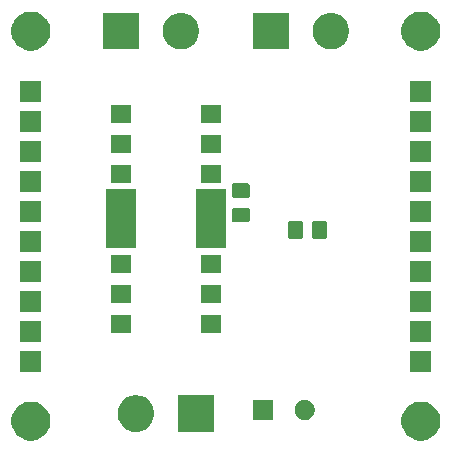
<source format=gbr>
G04 #@! TF.GenerationSoftware,KiCad,Pcbnew,(5.1.4)-1*
G04 #@! TF.CreationDate,2020-03-09T15:05:49+03:00*
G04 #@! TF.ProjectId,L293,4c323933-2e6b-4696-9361-645f70636258,rev?*
G04 #@! TF.SameCoordinates,Original*
G04 #@! TF.FileFunction,Soldermask,Top*
G04 #@! TF.FilePolarity,Negative*
%FSLAX46Y46*%
G04 Gerber Fmt 4.6, Leading zero omitted, Abs format (unit mm)*
G04 Created by KiCad (PCBNEW (5.1.4)-1) date 2020-03-09 15:05:49*
%MOMM*%
%LPD*%
G04 APERTURE LIST*
%ADD10C,0.100000*%
G04 APERTURE END LIST*
D10*
G36*
X126081059Y-86016485D02*
G01*
X126211579Y-86042447D01*
X126512042Y-86166903D01*
X126782451Y-86347585D01*
X127012415Y-86577549D01*
X127193097Y-86847958D01*
X127317280Y-87147761D01*
X127317553Y-87148422D01*
X127377026Y-87447409D01*
X127381000Y-87467391D01*
X127381000Y-87792609D01*
X127317553Y-88111579D01*
X127193097Y-88412042D01*
X127012415Y-88682451D01*
X126782451Y-88912415D01*
X126512042Y-89093097D01*
X126211579Y-89217553D01*
X126105256Y-89238702D01*
X125892611Y-89281000D01*
X125567389Y-89281000D01*
X125354744Y-89238702D01*
X125248421Y-89217553D01*
X124947958Y-89093097D01*
X124677549Y-88912415D01*
X124447585Y-88682451D01*
X124266903Y-88412042D01*
X124142447Y-88111579D01*
X124079000Y-87792609D01*
X124079000Y-87467391D01*
X124082975Y-87447409D01*
X124142447Y-87148422D01*
X124142721Y-87147761D01*
X124266903Y-86847958D01*
X124447585Y-86577549D01*
X124677549Y-86347585D01*
X124947958Y-86166903D01*
X125248421Y-86042447D01*
X125378941Y-86016485D01*
X125567389Y-85979000D01*
X125892611Y-85979000D01*
X126081059Y-86016485D01*
X126081059Y-86016485D01*
G37*
G36*
X93061059Y-86016485D02*
G01*
X93191579Y-86042447D01*
X93492042Y-86166903D01*
X93762451Y-86347585D01*
X93992415Y-86577549D01*
X94173097Y-86847958D01*
X94297280Y-87147761D01*
X94297553Y-87148422D01*
X94357026Y-87447409D01*
X94361000Y-87467391D01*
X94361000Y-87792609D01*
X94297553Y-88111579D01*
X94173097Y-88412042D01*
X93992415Y-88682451D01*
X93762451Y-88912415D01*
X93492042Y-89093097D01*
X93191579Y-89217553D01*
X93085256Y-89238702D01*
X92872611Y-89281000D01*
X92547389Y-89281000D01*
X92334744Y-89238702D01*
X92228421Y-89217553D01*
X91927958Y-89093097D01*
X91657549Y-88912415D01*
X91427585Y-88682451D01*
X91246903Y-88412042D01*
X91122447Y-88111579D01*
X91059000Y-87792609D01*
X91059000Y-87467391D01*
X91062975Y-87447409D01*
X91122447Y-87148422D01*
X91122721Y-87147761D01*
X91246903Y-86847958D01*
X91427585Y-86577549D01*
X91657549Y-86347585D01*
X91927958Y-86166903D01*
X92228421Y-86042447D01*
X92358941Y-86016485D01*
X92547389Y-85979000D01*
X92872611Y-85979000D01*
X93061059Y-86016485D01*
X93061059Y-86016485D01*
G37*
G36*
X101902585Y-85473802D02*
G01*
X102052410Y-85503604D01*
X102334674Y-85620521D01*
X102588705Y-85790259D01*
X102804741Y-86006295D01*
X102974479Y-86260326D01*
X103044458Y-86429272D01*
X103091396Y-86542591D01*
X103151000Y-86842239D01*
X103151000Y-87147761D01*
X103136635Y-87219980D01*
X103091396Y-87447410D01*
X102974479Y-87729674D01*
X102804741Y-87983705D01*
X102588705Y-88199741D01*
X102334674Y-88369479D01*
X102052410Y-88486396D01*
X101902585Y-88516198D01*
X101752761Y-88546000D01*
X101447239Y-88546000D01*
X101297415Y-88516198D01*
X101147590Y-88486396D01*
X100865326Y-88369479D01*
X100611295Y-88199741D01*
X100395259Y-87983705D01*
X100225521Y-87729674D01*
X100108604Y-87447410D01*
X100063365Y-87219980D01*
X100049000Y-87147761D01*
X100049000Y-86842239D01*
X100108604Y-86542591D01*
X100155542Y-86429272D01*
X100225521Y-86260326D01*
X100395259Y-86006295D01*
X100611295Y-85790259D01*
X100865326Y-85620521D01*
X101147590Y-85503604D01*
X101297415Y-85473802D01*
X101447239Y-85444000D01*
X101752761Y-85444000D01*
X101902585Y-85473802D01*
X101902585Y-85473802D01*
G37*
G36*
X108231000Y-88546000D02*
G01*
X105129000Y-88546000D01*
X105129000Y-85444000D01*
X108231000Y-85444000D01*
X108231000Y-88546000D01*
X108231000Y-88546000D01*
G37*
G36*
X113246000Y-87528500D02*
G01*
X111544000Y-87528500D01*
X111544000Y-85826500D01*
X113246000Y-85826500D01*
X113246000Y-87528500D01*
X113246000Y-87528500D01*
G37*
G36*
X116143228Y-85859203D02*
G01*
X116298100Y-85923353D01*
X116437481Y-86016485D01*
X116556015Y-86135019D01*
X116649147Y-86274400D01*
X116713297Y-86429272D01*
X116746000Y-86593684D01*
X116746000Y-86761316D01*
X116713297Y-86925728D01*
X116649147Y-87080600D01*
X116556015Y-87219981D01*
X116437481Y-87338515D01*
X116298100Y-87431647D01*
X116143228Y-87495797D01*
X115978816Y-87528500D01*
X115811184Y-87528500D01*
X115646772Y-87495797D01*
X115491900Y-87431647D01*
X115352519Y-87338515D01*
X115233985Y-87219981D01*
X115140853Y-87080600D01*
X115076703Y-86925728D01*
X115044000Y-86761316D01*
X115044000Y-86593684D01*
X115076703Y-86429272D01*
X115140853Y-86274400D01*
X115233985Y-86135019D01*
X115352519Y-86016485D01*
X115491900Y-85923353D01*
X115646772Y-85859203D01*
X115811184Y-85826500D01*
X115978816Y-85826500D01*
X116143228Y-85859203D01*
X116143228Y-85859203D01*
G37*
G36*
X93611000Y-83451000D02*
G01*
X91809000Y-83451000D01*
X91809000Y-81649000D01*
X93611000Y-81649000D01*
X93611000Y-83451000D01*
X93611000Y-83451000D01*
G37*
G36*
X126631000Y-83451000D02*
G01*
X124829000Y-83451000D01*
X124829000Y-81649000D01*
X126631000Y-81649000D01*
X126631000Y-83451000D01*
X126631000Y-83451000D01*
G37*
G36*
X93611000Y-80911000D02*
G01*
X91809000Y-80911000D01*
X91809000Y-79109000D01*
X93611000Y-79109000D01*
X93611000Y-80911000D01*
X93611000Y-80911000D01*
G37*
G36*
X126631000Y-80911000D02*
G01*
X124829000Y-80911000D01*
X124829000Y-79109000D01*
X126631000Y-79109000D01*
X126631000Y-80911000D01*
X126631000Y-80911000D01*
G37*
G36*
X101181000Y-80126000D02*
G01*
X99479000Y-80126000D01*
X99479000Y-78624000D01*
X101181000Y-78624000D01*
X101181000Y-80126000D01*
X101181000Y-80126000D01*
G37*
G36*
X108801000Y-80126000D02*
G01*
X107099000Y-80126000D01*
X107099000Y-78624000D01*
X108801000Y-78624000D01*
X108801000Y-80126000D01*
X108801000Y-80126000D01*
G37*
G36*
X93611000Y-78371000D02*
G01*
X91809000Y-78371000D01*
X91809000Y-76569000D01*
X93611000Y-76569000D01*
X93611000Y-78371000D01*
X93611000Y-78371000D01*
G37*
G36*
X126631000Y-78371000D02*
G01*
X124829000Y-78371000D01*
X124829000Y-76569000D01*
X126631000Y-76569000D01*
X126631000Y-78371000D01*
X126631000Y-78371000D01*
G37*
G36*
X101181000Y-77586000D02*
G01*
X99479000Y-77586000D01*
X99479000Y-76084000D01*
X101181000Y-76084000D01*
X101181000Y-77586000D01*
X101181000Y-77586000D01*
G37*
G36*
X108801000Y-77586000D02*
G01*
X107099000Y-77586000D01*
X107099000Y-76084000D01*
X108801000Y-76084000D01*
X108801000Y-77586000D01*
X108801000Y-77586000D01*
G37*
G36*
X93611000Y-75831000D02*
G01*
X91809000Y-75831000D01*
X91809000Y-74029000D01*
X93611000Y-74029000D01*
X93611000Y-75831000D01*
X93611000Y-75831000D01*
G37*
G36*
X126631000Y-75831000D02*
G01*
X124829000Y-75831000D01*
X124829000Y-74029000D01*
X126631000Y-74029000D01*
X126631000Y-75831000D01*
X126631000Y-75831000D01*
G37*
G36*
X108801000Y-75046000D02*
G01*
X107099000Y-75046000D01*
X107099000Y-73544000D01*
X108801000Y-73544000D01*
X108801000Y-75046000D01*
X108801000Y-75046000D01*
G37*
G36*
X101181000Y-75046000D02*
G01*
X99479000Y-75046000D01*
X99479000Y-73544000D01*
X101181000Y-73544000D01*
X101181000Y-75046000D01*
X101181000Y-75046000D01*
G37*
G36*
X93611000Y-73291000D02*
G01*
X91809000Y-73291000D01*
X91809000Y-71489000D01*
X93611000Y-71489000D01*
X93611000Y-73291000D01*
X93611000Y-73291000D01*
G37*
G36*
X126631000Y-73291000D02*
G01*
X124829000Y-73291000D01*
X124829000Y-71489000D01*
X126631000Y-71489000D01*
X126631000Y-73291000D01*
X126631000Y-73291000D01*
G37*
G36*
X109201000Y-73006000D02*
G01*
X106699000Y-73006000D01*
X106699000Y-67964000D01*
X109201000Y-67964000D01*
X109201000Y-73006000D01*
X109201000Y-73006000D01*
G37*
G36*
X101581000Y-73006000D02*
G01*
X99079000Y-73006000D01*
X99079000Y-67964000D01*
X101581000Y-67964000D01*
X101581000Y-73006000D01*
X101581000Y-73006000D01*
G37*
G36*
X117621174Y-70690965D02*
G01*
X117658867Y-70702399D01*
X117693603Y-70720966D01*
X117724048Y-70745952D01*
X117749034Y-70776397D01*
X117767601Y-70811133D01*
X117779035Y-70848826D01*
X117783500Y-70894161D01*
X117783500Y-71980839D01*
X117779035Y-72026174D01*
X117767601Y-72063867D01*
X117749034Y-72098603D01*
X117724048Y-72129048D01*
X117693603Y-72154034D01*
X117658867Y-72172601D01*
X117621174Y-72184035D01*
X117575839Y-72188500D01*
X116739161Y-72188500D01*
X116693826Y-72184035D01*
X116656133Y-72172601D01*
X116621397Y-72154034D01*
X116590952Y-72129048D01*
X116565966Y-72098603D01*
X116547399Y-72063867D01*
X116535965Y-72026174D01*
X116531500Y-71980839D01*
X116531500Y-70894161D01*
X116535965Y-70848826D01*
X116547399Y-70811133D01*
X116565966Y-70776397D01*
X116590952Y-70745952D01*
X116621397Y-70720966D01*
X116656133Y-70702399D01*
X116693826Y-70690965D01*
X116739161Y-70686500D01*
X117575839Y-70686500D01*
X117621174Y-70690965D01*
X117621174Y-70690965D01*
G37*
G36*
X115571174Y-70690965D02*
G01*
X115608867Y-70702399D01*
X115643603Y-70720966D01*
X115674048Y-70745952D01*
X115699034Y-70776397D01*
X115717601Y-70811133D01*
X115729035Y-70848826D01*
X115733500Y-70894161D01*
X115733500Y-71980839D01*
X115729035Y-72026174D01*
X115717601Y-72063867D01*
X115699034Y-72098603D01*
X115674048Y-72129048D01*
X115643603Y-72154034D01*
X115608867Y-72172601D01*
X115571174Y-72184035D01*
X115525839Y-72188500D01*
X114689161Y-72188500D01*
X114643826Y-72184035D01*
X114606133Y-72172601D01*
X114571397Y-72154034D01*
X114540952Y-72129048D01*
X114515966Y-72098603D01*
X114497399Y-72063867D01*
X114485965Y-72026174D01*
X114481500Y-71980839D01*
X114481500Y-70894161D01*
X114485965Y-70848826D01*
X114497399Y-70811133D01*
X114515966Y-70776397D01*
X114540952Y-70745952D01*
X114571397Y-70720966D01*
X114606133Y-70702399D01*
X114643826Y-70690965D01*
X114689161Y-70686500D01*
X115525839Y-70686500D01*
X115571174Y-70690965D01*
X115571174Y-70690965D01*
G37*
G36*
X111078674Y-69545965D02*
G01*
X111116367Y-69557399D01*
X111151103Y-69575966D01*
X111181548Y-69600952D01*
X111206534Y-69631397D01*
X111225101Y-69666133D01*
X111236535Y-69703826D01*
X111241000Y-69749161D01*
X111241000Y-70585839D01*
X111236535Y-70631174D01*
X111225101Y-70668867D01*
X111206534Y-70703603D01*
X111181548Y-70734048D01*
X111151103Y-70759034D01*
X111116367Y-70777601D01*
X111078674Y-70789035D01*
X111033339Y-70793500D01*
X109946661Y-70793500D01*
X109901326Y-70789035D01*
X109863633Y-70777601D01*
X109828897Y-70759034D01*
X109798452Y-70734048D01*
X109773466Y-70703603D01*
X109754899Y-70668867D01*
X109743465Y-70631174D01*
X109739000Y-70585839D01*
X109739000Y-69749161D01*
X109743465Y-69703826D01*
X109754899Y-69666133D01*
X109773466Y-69631397D01*
X109798452Y-69600952D01*
X109828897Y-69575966D01*
X109863633Y-69557399D01*
X109901326Y-69545965D01*
X109946661Y-69541500D01*
X111033339Y-69541500D01*
X111078674Y-69545965D01*
X111078674Y-69545965D01*
G37*
G36*
X126631000Y-70751000D02*
G01*
X124829000Y-70751000D01*
X124829000Y-68949000D01*
X126631000Y-68949000D01*
X126631000Y-70751000D01*
X126631000Y-70751000D01*
G37*
G36*
X93611000Y-70751000D02*
G01*
X91809000Y-70751000D01*
X91809000Y-68949000D01*
X93611000Y-68949000D01*
X93611000Y-70751000D01*
X93611000Y-70751000D01*
G37*
G36*
X111078674Y-67495965D02*
G01*
X111116367Y-67507399D01*
X111151103Y-67525966D01*
X111181548Y-67550952D01*
X111206534Y-67581397D01*
X111225101Y-67616133D01*
X111236535Y-67653826D01*
X111241000Y-67699161D01*
X111241000Y-68535839D01*
X111236535Y-68581174D01*
X111225101Y-68618867D01*
X111206534Y-68653603D01*
X111181548Y-68684048D01*
X111151103Y-68709034D01*
X111116367Y-68727601D01*
X111078674Y-68739035D01*
X111033339Y-68743500D01*
X109946661Y-68743500D01*
X109901326Y-68739035D01*
X109863633Y-68727601D01*
X109828897Y-68709034D01*
X109798452Y-68684048D01*
X109773466Y-68653603D01*
X109754899Y-68618867D01*
X109743465Y-68581174D01*
X109739000Y-68535839D01*
X109739000Y-67699161D01*
X109743465Y-67653826D01*
X109754899Y-67616133D01*
X109773466Y-67581397D01*
X109798452Y-67550952D01*
X109828897Y-67525966D01*
X109863633Y-67507399D01*
X109901326Y-67495965D01*
X109946661Y-67491500D01*
X111033339Y-67491500D01*
X111078674Y-67495965D01*
X111078674Y-67495965D01*
G37*
G36*
X126631000Y-68211000D02*
G01*
X124829000Y-68211000D01*
X124829000Y-66409000D01*
X126631000Y-66409000D01*
X126631000Y-68211000D01*
X126631000Y-68211000D01*
G37*
G36*
X93611000Y-68211000D02*
G01*
X91809000Y-68211000D01*
X91809000Y-66409000D01*
X93611000Y-66409000D01*
X93611000Y-68211000D01*
X93611000Y-68211000D01*
G37*
G36*
X108801000Y-67426000D02*
G01*
X107099000Y-67426000D01*
X107099000Y-65924000D01*
X108801000Y-65924000D01*
X108801000Y-67426000D01*
X108801000Y-67426000D01*
G37*
G36*
X101181000Y-67426000D02*
G01*
X99479000Y-67426000D01*
X99479000Y-65924000D01*
X101181000Y-65924000D01*
X101181000Y-67426000D01*
X101181000Y-67426000D01*
G37*
G36*
X126631000Y-65671000D02*
G01*
X124829000Y-65671000D01*
X124829000Y-63869000D01*
X126631000Y-63869000D01*
X126631000Y-65671000D01*
X126631000Y-65671000D01*
G37*
G36*
X93611000Y-65671000D02*
G01*
X91809000Y-65671000D01*
X91809000Y-63869000D01*
X93611000Y-63869000D01*
X93611000Y-65671000D01*
X93611000Y-65671000D01*
G37*
G36*
X108801000Y-64886000D02*
G01*
X107099000Y-64886000D01*
X107099000Y-63384000D01*
X108801000Y-63384000D01*
X108801000Y-64886000D01*
X108801000Y-64886000D01*
G37*
G36*
X101181000Y-64886000D02*
G01*
X99479000Y-64886000D01*
X99479000Y-63384000D01*
X101181000Y-63384000D01*
X101181000Y-64886000D01*
X101181000Y-64886000D01*
G37*
G36*
X126631000Y-63131000D02*
G01*
X124829000Y-63131000D01*
X124829000Y-61329000D01*
X126631000Y-61329000D01*
X126631000Y-63131000D01*
X126631000Y-63131000D01*
G37*
G36*
X93611000Y-63131000D02*
G01*
X91809000Y-63131000D01*
X91809000Y-61329000D01*
X93611000Y-61329000D01*
X93611000Y-63131000D01*
X93611000Y-63131000D01*
G37*
G36*
X108801000Y-62346000D02*
G01*
X107099000Y-62346000D01*
X107099000Y-60844000D01*
X108801000Y-60844000D01*
X108801000Y-62346000D01*
X108801000Y-62346000D01*
G37*
G36*
X101181000Y-62346000D02*
G01*
X99479000Y-62346000D01*
X99479000Y-60844000D01*
X101181000Y-60844000D01*
X101181000Y-62346000D01*
X101181000Y-62346000D01*
G37*
G36*
X93611000Y-60591000D02*
G01*
X91809000Y-60591000D01*
X91809000Y-58789000D01*
X93611000Y-58789000D01*
X93611000Y-60591000D01*
X93611000Y-60591000D01*
G37*
G36*
X126631000Y-60591000D02*
G01*
X124829000Y-60591000D01*
X124829000Y-58789000D01*
X126631000Y-58789000D01*
X126631000Y-60591000D01*
X126631000Y-60591000D01*
G37*
G36*
X93085256Y-53001298D02*
G01*
X93191579Y-53022447D01*
X93492042Y-53146903D01*
X93762451Y-53327585D01*
X93992415Y-53557549D01*
X94035009Y-53621296D01*
X94173098Y-53827960D01*
X94297553Y-54128422D01*
X94361000Y-54447389D01*
X94361000Y-54772611D01*
X94297553Y-55091578D01*
X94192718Y-55344674D01*
X94173097Y-55392042D01*
X93992415Y-55662451D01*
X93762451Y-55892415D01*
X93492042Y-56073097D01*
X93191579Y-56197553D01*
X93085256Y-56218702D01*
X92872611Y-56261000D01*
X92547389Y-56261000D01*
X92334744Y-56218702D01*
X92228421Y-56197553D01*
X91927958Y-56073097D01*
X91657549Y-55892415D01*
X91427585Y-55662451D01*
X91246903Y-55392042D01*
X91227283Y-55344674D01*
X91122447Y-55091578D01*
X91059000Y-54772611D01*
X91059000Y-54447389D01*
X91122447Y-54128422D01*
X91246902Y-53827960D01*
X91384991Y-53621296D01*
X91427585Y-53557549D01*
X91657549Y-53327585D01*
X91927958Y-53146903D01*
X92228421Y-53022447D01*
X92334744Y-53001298D01*
X92547389Y-52959000D01*
X92872611Y-52959000D01*
X93085256Y-53001298D01*
X93085256Y-53001298D01*
G37*
G36*
X126105256Y-53001298D02*
G01*
X126211579Y-53022447D01*
X126512042Y-53146903D01*
X126782451Y-53327585D01*
X127012415Y-53557549D01*
X127055009Y-53621296D01*
X127193098Y-53827960D01*
X127317553Y-54128422D01*
X127381000Y-54447389D01*
X127381000Y-54772611D01*
X127317553Y-55091578D01*
X127212718Y-55344674D01*
X127193097Y-55392042D01*
X127012415Y-55662451D01*
X126782451Y-55892415D01*
X126512042Y-56073097D01*
X126211579Y-56197553D01*
X126105256Y-56218702D01*
X125892611Y-56261000D01*
X125567389Y-56261000D01*
X125354744Y-56218702D01*
X125248421Y-56197553D01*
X124947958Y-56073097D01*
X124677549Y-55892415D01*
X124447585Y-55662451D01*
X124266903Y-55392042D01*
X124247283Y-55344674D01*
X124142447Y-55091578D01*
X124079000Y-54772611D01*
X124079000Y-54447389D01*
X124142447Y-54128422D01*
X124266902Y-53827960D01*
X124404991Y-53621296D01*
X124447585Y-53557549D01*
X124677549Y-53327585D01*
X124947958Y-53146903D01*
X125248421Y-53022447D01*
X125354744Y-53001298D01*
X125567389Y-52959000D01*
X125892611Y-52959000D01*
X126105256Y-53001298D01*
X126105256Y-53001298D01*
G37*
G36*
X118412585Y-53088802D02*
G01*
X118562410Y-53118604D01*
X118844674Y-53235521D01*
X119098705Y-53405259D01*
X119314741Y-53621295D01*
X119484479Y-53875326D01*
X119601396Y-54157590D01*
X119661000Y-54457240D01*
X119661000Y-54762760D01*
X119601396Y-55062410D01*
X119484479Y-55344674D01*
X119314741Y-55598705D01*
X119098705Y-55814741D01*
X118844674Y-55984479D01*
X118562410Y-56101396D01*
X118412585Y-56131198D01*
X118262761Y-56161000D01*
X117957239Y-56161000D01*
X117807415Y-56131198D01*
X117657590Y-56101396D01*
X117375326Y-55984479D01*
X117121295Y-55814741D01*
X116905259Y-55598705D01*
X116735521Y-55344674D01*
X116618604Y-55062410D01*
X116559000Y-54762760D01*
X116559000Y-54457240D01*
X116618604Y-54157590D01*
X116735521Y-53875326D01*
X116905259Y-53621295D01*
X117121295Y-53405259D01*
X117375326Y-53235521D01*
X117657590Y-53118604D01*
X117807415Y-53088802D01*
X117957239Y-53059000D01*
X118262761Y-53059000D01*
X118412585Y-53088802D01*
X118412585Y-53088802D01*
G37*
G36*
X114581000Y-56161000D02*
G01*
X111479000Y-56161000D01*
X111479000Y-53059000D01*
X114581000Y-53059000D01*
X114581000Y-56161000D01*
X114581000Y-56161000D01*
G37*
G36*
X101881000Y-56161000D02*
G01*
X98779000Y-56161000D01*
X98779000Y-53059000D01*
X101881000Y-53059000D01*
X101881000Y-56161000D01*
X101881000Y-56161000D01*
G37*
G36*
X105712585Y-53088802D02*
G01*
X105862410Y-53118604D01*
X106144674Y-53235521D01*
X106398705Y-53405259D01*
X106614741Y-53621295D01*
X106784479Y-53875326D01*
X106901396Y-54157590D01*
X106961000Y-54457240D01*
X106961000Y-54762760D01*
X106901396Y-55062410D01*
X106784479Y-55344674D01*
X106614741Y-55598705D01*
X106398705Y-55814741D01*
X106144674Y-55984479D01*
X105862410Y-56101396D01*
X105712585Y-56131198D01*
X105562761Y-56161000D01*
X105257239Y-56161000D01*
X105107415Y-56131198D01*
X104957590Y-56101396D01*
X104675326Y-55984479D01*
X104421295Y-55814741D01*
X104205259Y-55598705D01*
X104035521Y-55344674D01*
X103918604Y-55062410D01*
X103859000Y-54762760D01*
X103859000Y-54457240D01*
X103918604Y-54157590D01*
X104035521Y-53875326D01*
X104205259Y-53621295D01*
X104421295Y-53405259D01*
X104675326Y-53235521D01*
X104957590Y-53118604D01*
X105107415Y-53088802D01*
X105257239Y-53059000D01*
X105562761Y-53059000D01*
X105712585Y-53088802D01*
X105712585Y-53088802D01*
G37*
M02*

</source>
